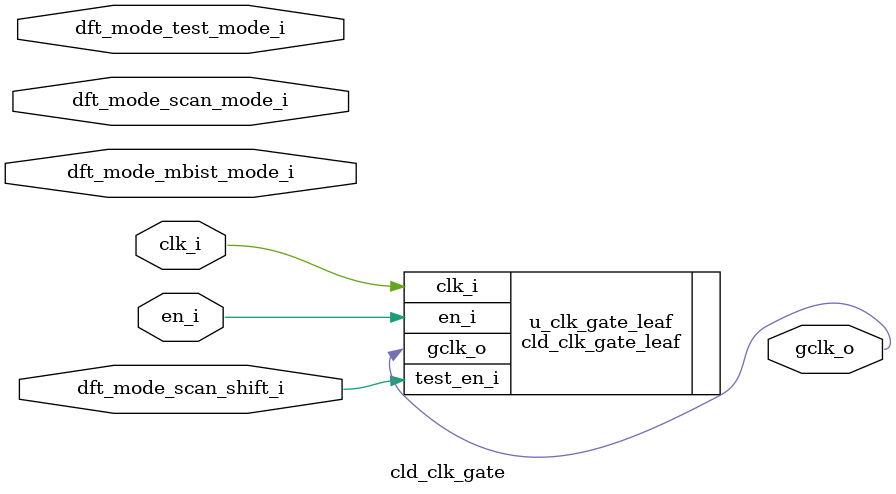
<source format=v>

module cld_clk_gate(
    input clk_i,
    input dft_mode_test_mode_i,
    input dft_mode_scan_mode_i,
    input dft_mode_scan_shift_i,
    input dft_mode_mbist_mode_i,
    input en_i,
    output gclk_o
  );

  cld_clk_gate_leaf u_clk_gate_leaf (
                      .clk_i    (clk_i                ),
                      .test_en_i(dft_mode_scan_shift_i),
                      .en_i     (en_i                 ),
                      .gclk_o   (gclk_o               )
                    );

endmodule

</source>
